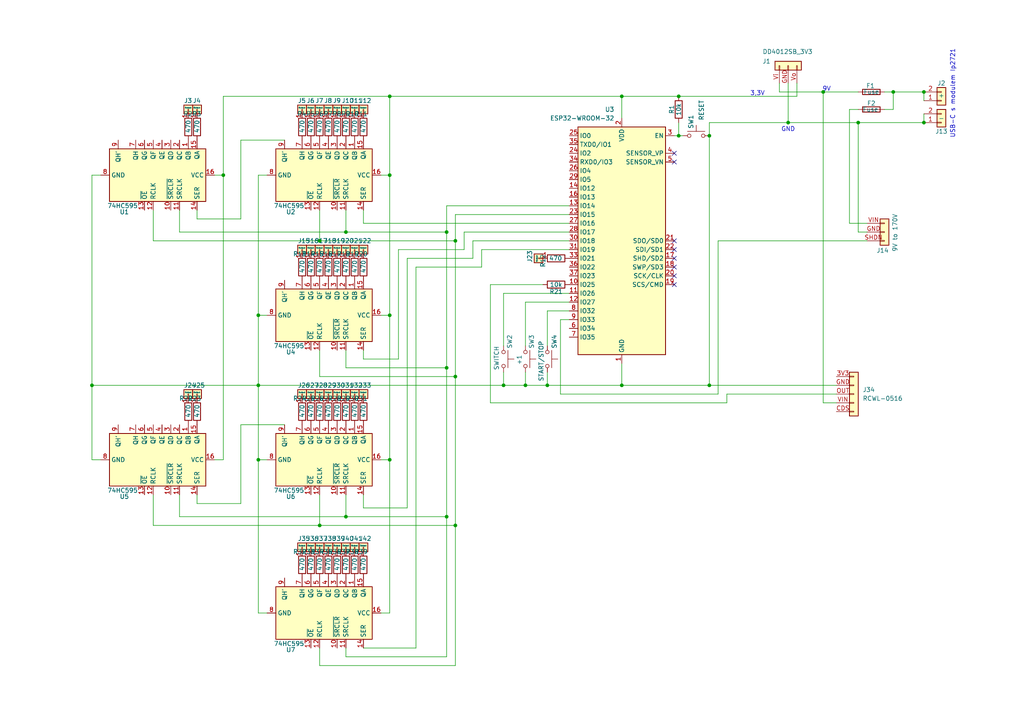
<source format=kicad_sch>
(kicad_sch (version 20250114) (generator "eeschema") (generator_version "9.0")
  (paper "A4")
  (text "9V" (at 239.776 25.908 0) (effects (font (size 1.27 1.27))))
  (text "3,3V" (at 219.71 27.178 0) (effects (font (size 1.27 1.27))))
  (text "GND" (at 228.6 37.592 0) (effects (font (size 1.27 1.27))))
  (text "USB-C s modulem Ip2721" (at 276.352 27.178 90) (effects (font (size 1.27 1.27))))
  (junction (at 74.93 111.76))
  (junction (at 92.71 69.85))
  (junction (at 238.76 26.67))
  (junction (at 100.33 67.31))
  (junction (at 259.08 26.67))
  (junction (at 180.34 111.76))
  (junction (at 180.34 27.94))
  (junction (at 113.03 133.35))
  (junction (at 113.03 27.94))
  (junction (at 132.08 109.22))
  (junction (at 196.85 27.94))
  (junction (at 74.93 91.44))
  (junction (at 158.75 111.76))
  (junction (at 152.4 111.76))
  (junction (at 267.97 35.56))
  (junction (at 132.08 152.4))
  (junction (at 205.74 39.37))
  (junction (at 205.74 111.76))
  (junction (at 129.54 106.68))
  (junction (at 129.54 67.31))
  (junction (at 228.6 35.56))
  (junction (at 113.03 91.44))
  (junction (at 248.92 35.56))
  (junction (at 64.77 50.8))
  (junction (at 100.33 149.86))
  (junction (at 146.05 111.76))
  (junction (at 196.85 39.37))
  (junction (at 267.97 26.67))
  (junction (at 129.54 149.86))
  (junction (at 26.67 111.76))
  (junction (at 132.08 69.85))
  (junction (at 74.93 133.35))
  (junction (at 92.71 152.4))
  (junction (at 113.03 50.8))
  (no_connect (at 195.58 72.39))
  (no_connect (at 195.58 74.93))
  (no_connect (at -800.1 -491.49))
  (no_connect (at 195.58 77.47))
  (no_connect (at 195.58 69.85))
  (no_connect (at -1386.84 -1120.14))
  (no_connect (at 195.58 44.45))
  (no_connect (at 195.58 46.99))
  (no_connect (at 195.58 82.55))
  (no_connect (at 195.58 80.01))
  (wire (pts (xy 208.28 69.85) (xy 208.28 114.3)))
  (wire (pts (xy 238.76 26.67) (xy 248.92 26.67)))
  (wire (pts (xy 69.85 40.64) (xy 69.85 63.5)))
  (wire (pts (xy 152.4 111.76) (xy 158.75 111.76)))
  (wire (pts (xy 115.57 104.14) (xy 105.41 104.14)))
  (wire (pts (xy 162.56 92.71) (xy 162.56 114.3)))
  (wire (pts (xy 165.1 64.77) (xy 105.41 64.77)))
  (wire (pts (xy 205.74 35.56) (xy 205.74 39.37)))
  (wire (pts (xy 165.1 90.17) (xy 158.75 90.17)))
  (wire (pts (xy 208.28 114.3) (xy 162.56 114.3)))
  (wire (pts (xy 113.03 27.94) (xy 180.34 27.94)))
  (wire (pts (xy 77.47 177.8) (xy 74.93 177.8)))
  (wire (pts (xy 74.93 133.35) (xy 74.93 177.8)))
  (wire (pts (xy 120.65 77.47) (xy 139.7 77.47)))
  (wire (pts (xy 142.24 82.55) (xy 142.24 116.84)))
  (wire (pts (xy 129.54 190.5) (xy 129.54 149.86)))
  (wire (pts (xy 152.4 107.95) (xy 152.4 111.76)))
  (wire (pts (xy 134.62 67.31) (xy 134.62 72.39)))
  (wire (pts (xy 64.77 27.94) (xy 64.77 50.8)))
  (wire (pts (xy 210.82 114.3) (xy 242.57 114.3)))
  (wire (pts (xy 231.14 27.94) (xy 196.85 27.94)))
  (wire (pts (xy 129.54 67.31) (xy 129.54 106.68)))
  (wire (pts (xy 129.54 106.68) (xy 100.33 106.68)))
  (wire (pts (xy 165.1 59.69) (xy 129.54 59.69)))
  (wire (pts (xy 242.57 116.84) (xy 238.76 116.84)))
  (wire (pts (xy 26.67 111.76) (xy 74.93 111.76)))
  (wire (pts (xy 110.49 133.35) (xy 113.03 133.35)))
  (wire (pts (xy 82.55 40.64) (xy 69.85 40.64)))
  (wire (pts (xy 110.49 177.8) (xy 113.03 177.8)))
  (wire (pts (xy 259.08 26.67) (xy 267.97 26.67)))
  (wire (pts (xy 100.33 190.5) (xy 129.54 190.5)))
  (wire (pts (xy 246.38 31.75) (xy 246.38 64.77)))
  (wire (pts (xy 152.4 100.33) (xy 152.4 87.63)))
  (wire (pts (xy 259.08 26.67) (xy 259.08 31.75)))
  (wire (pts (xy 246.38 31.75) (xy 248.92 31.75)))
  (wire (pts (xy 64.77 50.8) (xy 62.23 50.8)))
  (wire (pts (xy 146.05 85.09) (xy 146.05 100.33)))
  (wire (pts (xy 248.92 35.56) (xy 267.97 35.56)))
  (wire (pts (xy 129.54 67.31) (xy 100.33 67.31)))
  (wire (pts (xy 57.15 63.5) (xy 57.15 60.96)))
  (wire (pts (xy 74.93 111.76) (xy 74.93 133.35)))
  (wire (pts (xy 105.41 101.6) (xy 105.41 104.14)))
  (wire (pts (xy 142.24 116.84) (xy 210.82 116.84)))
  (wire (pts (xy 129.54 149.86) (xy 100.33 149.86)))
  (wire (pts (xy 158.75 90.17) (xy 158.75 100.33)))
  (wire (pts (xy 115.57 72.39) (xy 115.57 104.14)))
  (wire (pts (xy 146.05 111.76) (xy 152.4 111.76)))
  (wire (pts (xy 113.03 50.8) (xy 113.03 91.44)))
  (wire (pts (xy 64.77 50.8) (xy 64.77 133.35)))
  (wire (pts (xy 165.1 67.31) (xy 134.62 67.31)))
  (wire (pts (xy 57.15 146.05) (xy 69.85 146.05)))
  (wire (pts (xy 180.34 111.76) (xy 180.34 105.41)))
  (wire (pts (xy 120.65 187.96) (xy 120.65 77.47)))
  (wire (pts (xy 92.71 69.85) (xy 44.45 69.85)))
  (wire (pts (xy 100.33 143.51) (xy 100.33 149.86)))
  (wire (pts (xy 129.54 59.69) (xy 129.54 67.31)))
  (wire (pts (xy 165.1 85.09) (xy 146.05 85.09)))
  (wire (pts (xy 267.97 26.67) (xy 267.97 29.21)))
  (wire (pts (xy 29.21 133.35) (xy 26.67 133.35)))
  (wire (pts (xy 92.71 187.96) (xy 92.71 193.04)))
  (wire (pts (xy 210.82 116.84) (xy 210.82 114.3)))
  (wire (pts (xy 118.11 74.93) (xy 137.16 74.93)))
  (wire (pts (xy 231.14 24.13) (xy 231.14 27.94)))
  (wire (pts (xy 113.03 27.94) (xy 113.03 50.8)))
  (wire (pts (xy 74.93 111.76) (xy 146.05 111.76)))
  (wire (pts (xy 228.6 35.56) (xy 248.92 35.56)))
  (wire (pts (xy 52.07 149.86) (xy 100.33 149.86)))
  (wire (pts (xy 69.85 63.5) (xy 57.15 63.5)))
  (wire (pts (xy 44.45 69.85) (xy 44.45 60.96)))
  (wire (pts (xy 69.85 123.19) (xy 69.85 146.05)))
  (wire (pts (xy 100.33 67.31) (xy 52.07 67.31)))
  (wire (pts (xy 92.71 60.96) (xy 92.71 69.85)))
  (wire (pts (xy 198.12 39.37) (xy 196.85 39.37)))
  (wire (pts (xy 226.06 26.67) (xy 238.76 26.67)))
  (wire (pts (xy 228.6 24.13) (xy 228.6 35.56)))
  (wire (pts (xy 74.93 91.44) (xy 77.47 91.44)))
  (wire (pts (xy 105.41 187.96) (xy 120.65 187.96)))
  (wire (pts (xy 113.03 91.44) (xy 113.03 133.35)))
  (wire (pts (xy 74.93 50.8) (xy 74.93 91.44)))
  (wire (pts (xy 132.08 69.85) (xy 132.08 109.22)))
  (wire (pts (xy 118.11 147.32) (xy 118.11 74.93)))
  (wire (pts (xy 142.24 82.55) (xy 157.48 82.55)))
  (wire (pts (xy 74.93 91.44) (xy 74.93 111.76)))
  (wire (pts (xy 228.6 35.56) (xy 205.74 35.56)))
  (wire (pts (xy 82.55 123.19) (xy 69.85 123.19)))
  (wire (pts (xy 113.03 27.94) (xy 64.77 27.94)))
  (wire (pts (xy 180.34 27.94) (xy 180.34 34.29)))
  (wire (pts (xy 132.08 109.22) (xy 92.71 109.22)))
  (wire (pts (xy 242.57 111.76) (xy 205.74 111.76)))
  (wire (pts (xy 139.7 72.39) (xy 139.7 77.47)))
  (wire (pts (xy 44.45 152.4) (xy 92.71 152.4)))
  (wire (pts (xy 105.41 60.96) (xy 105.41 64.77)))
  (wire (pts (xy 246.38 64.77) (xy 251.46 64.77)))
  (wire (pts (xy 251.46 67.31) (xy 248.92 67.31)))
  (wire (pts (xy 64.77 133.35) (xy 62.23 133.35)))
  (wire (pts (xy 165.1 62.23) (xy 132.08 62.23)))
  (wire (pts (xy 132.08 62.23) (xy 132.08 69.85)))
  (wire (pts (xy 196.85 39.37) (xy 195.58 39.37)))
  (wire (pts (xy 256.54 26.67) (xy 259.08 26.67)))
  (wire (pts (xy 100.33 187.96) (xy 100.33 190.5)))
  (wire (pts (xy 165.1 92.71) (xy 162.56 92.71)))
  (wire (pts (xy 137.16 69.85) (xy 137.16 74.93)))
  (wire (pts (xy 26.67 133.35) (xy 26.67 111.76)))
  (wire (pts (xy 26.67 50.8) (xy 29.21 50.8)))
  (wire (pts (xy 134.62 72.39) (xy 115.57 72.39)))
  (wire (pts (xy 92.71 152.4) (xy 132.08 152.4)))
  (wire (pts (xy 100.33 60.96) (xy 100.33 67.31)))
  (wire (pts (xy 248.92 35.56) (xy 248.92 67.31)))
  (wire (pts (xy 52.07 149.86) (xy 52.07 143.51)))
  (wire (pts (xy 226.06 26.67) (xy 226.06 24.13)))
  (wire (pts (xy 92.71 143.51) (xy 92.71 152.4)))
  (wire (pts (xy 74.93 133.35) (xy 77.47 133.35)))
  (wire (pts (xy 44.45 152.4) (xy 44.45 143.51)))
  (wire (pts (xy 129.54 106.68) (xy 129.54 149.86)))
  (wire (pts (xy 267.97 33.02) (xy 267.97 35.56)))
  (wire (pts (xy 158.75 107.95) (xy 158.75 111.76)))
  (wire (pts (xy 113.03 133.35) (xy 113.03 177.8)))
  (wire (pts (xy 26.67 50.8) (xy 26.67 111.76)))
  (wire (pts (xy 105.41 143.51) (xy 105.41 147.32)))
  (wire (pts (xy 165.1 69.85) (xy 137.16 69.85)))
  (wire (pts (xy 196.85 35.56) (xy 196.85 39.37)))
  (wire (pts (xy 152.4 87.63) (xy 165.1 87.63)))
  (wire (pts (xy 146.05 107.95) (xy 146.05 111.76)))
  (wire (pts (xy 205.74 39.37) (xy 205.74 111.76)))
  (wire (pts (xy 74.93 50.8) (xy 77.47 50.8)))
  (wire (pts (xy 52.07 67.31) (xy 52.07 60.96)))
  (wire (pts (xy 57.15 146.05) (xy 57.15 143.51)))
  (wire (pts (xy 132.08 193.04) (xy 132.08 152.4)))
  (wire (pts (xy 180.34 27.94) (xy 196.85 27.94)))
  (wire (pts (xy 110.49 50.8) (xy 113.03 50.8)))
  (wire (pts (xy 132.08 69.85) (xy 92.71 69.85)))
  (wire (pts (xy 105.41 147.32) (xy 118.11 147.32)))
  (wire (pts (xy 238.76 26.67) (xy 238.76 116.84)))
  (wire (pts (xy 92.71 101.6) (xy 92.71 109.22)))
  (wire (pts (xy 132.08 152.4) (xy 132.08 109.22)))
  (wire (pts (xy 165.1 72.39) (xy 139.7 72.39)))
  (wire (pts (xy 100.33 101.6) (xy 100.33 106.68)))
  (wire (pts (xy 113.03 91.44) (xy 110.49 91.44)))
  (wire (pts (xy 256.54 31.75) (xy 259.08 31.75)))
  (wire (pts (xy 208.28 69.85) (xy 251.46 69.85)))
  (wire (pts (xy 158.75 111.76) (xy 180.34 111.76)))
  (wire (pts (xy 180.34 111.76) (xy 205.74 111.76)))
  (wire (pts (xy 92.71 193.04) (xy 132.08 193.04)))
  (symbol (lib_name "Conn_01x01_1") (lib_id "Connector_Generic:Conn_01x01") (at 105.41 31.75 90) (unit 1)
    (property "Reference" "J12" (at 104.14 29.21 90) (effects (justify right)))
    (property "Value" "Output" (at 104.394 31.242 90) (effects (font (size 0.381 0.381)) (justify right)))
    (property "Footprint" "Connector_PinHeader_1.00mm:PinHeader_1x01_P1.00mm_Horizontal" (effects (hide yes)))
    (property "Description" "Generic connector, single row, 01x01, script generated (kicad-library-utils/schlib/autogen/connector/)" (effects (hide yes)))
  )
  (symbol (lib_name "R_1") (lib_id "Device:R") (at 95.25 163.83 0) (mirror y) (unit 1)
    (property "Reference" "R35" (at 96.52 160.02 0) (effects (justify left)))
    (property "Value" "470" (at 95.25 165.608 90) (effects (justify left)))
    (property "Footprint" "Resistor_SMD:R_1206_3216Metric_Pad1.30x1.75mm_HandSolder" (effects (hide yes)))
    (property "Description" "Resistor" (effects (hide yes)))
  )
  (symbol (lib_name "Conn_01x01_1") (lib_id "Connector_Generic:Conn_01x01") (at 54.61 31.75 90) (unit 1)
    (property "Reference" "J3" (at 53.34 29.21 90) (effects (justify right)))
    (property "Value" "Output" (at 53.594 31.242 90) (effects (font (size 0.381 0.381)) (justify right)))
    (property "Footprint" "Connector_PinHeader_1.00mm:PinHeader_1x01_P1.00mm_Horizontal" (effects (hide yes)))
    (property "Description" "Generic connector, single row, 01x01, script generated (kicad-library-utils/schlib/autogen/connector/)" (effects (hide yes)))
  )
  (symbol (lib_name "R_1") (lib_id "Device:R") (at 102.87 163.83 0) (mirror y) (unit 1)
    (property "Reference" "R38" (at 104.14 160.02 0) (effects (justify left)))
    (property "Value" "470" (at 102.87 165.608 90) (effects (justify left)))
    (property "Footprint" "Resistor_SMD:R_1206_3216Metric_Pad1.30x1.75mm_HandSolder" (effects (hide yes)))
    (property "Description" "Resistor" (effects (hide yes)))
  )
  (symbol (lib_name "R_1") (lib_id "Device:R") (at 54.61 36.83 0) (mirror y) (unit 1)
    (property "Reference" "R2" (at 55.88 33.02 0) (effects (justify left)))
    (property "Value" "470" (at 54.61 38.608 90) (effects (justify left)))
    (property "Footprint" "Resistor_SMD:R_1206_3216Metric_Pad1.30x1.75mm_HandSolder" (effects (hide yes)))
    (property "Description" "Resistor" (effects (hide yes)))
  )
  (symbol (lib_name "Conn_01x01_1") (lib_id "Connector_Generic:Conn_01x01") (at 95.25 158.75 90) (unit 1)
    (property "Reference" "J38" (at 93.98 156.21 90) (effects (justify right)))
    (property "Value" "Output" (at 94.234 158.242 90) (effects (font (size 0.381 0.381)) (justify right)))
    (property "Footprint" "Connector_PinHeader_1.00mm:PinHeader_1x01_P1.00mm_Horizontal" (effects (hide yes)))
    (property "Description" "Generic connector, single row, 01x01, script generated (kicad-library-utils/schlib/autogen/connector/)" (effects (hide yes)))
  )
  (symbol (lib_name "Conn_01x01_1") (lib_id "Connector_Generic:Conn_01x01") (at 97.79 31.75 90) (unit 1)
    (property "Reference" "J9" (at 96.52 29.21 90) (effects (justify right)))
    (property "Value" "Output" (at 96.774 31.242 90) (effects (font (size 0.381 0.381)) (justify right)))
    (property "Footprint" "Connector_PinHeader_1.00mm:PinHeader_1x01_P1.00mm_Horizontal" (effects (hide yes)))
    (property "Description" "Generic connector, single row, 01x01, script generated (kicad-library-utils/schlib/autogen/connector/)" (effects (hide yes)))
  )
  (symbol (lib_name "Conn_01x01_1") (lib_id "Connector_Generic:Conn_01x01") (at 102.87 114.3 90) (unit 1)
    (property "Reference" "J32" (at 101.6 111.76 90) (effects (justify right)))
    (property "Value" "Output" (at 101.854 113.792 90) (effects (font (size 0.381 0.381)) (justify right)))
    (property "Footprint" "Connector_PinHeader_1.00mm:PinHeader_1x01_P1.00mm_Horizontal" (effects (hide yes)))
    (property "Description" "Generic connector, single row, 01x01, script generated (kicad-library-utils/schlib/autogen/connector/)" (effects (hide yes)))
  )
  (symbol (lib_name "Conn_01x01_1") (lib_id "Connector_Generic:Conn_01x01") (at 105.41 72.39 90) (unit 1)
    (property "Reference" "J22" (at 104.14 69.85 90) (effects (justify right)))
    (property "Value" "Output" (at 104.394 71.882 90) (effects (font (size 0.381 0.381)) (justify right)))
    (property "Footprint" "Connector_PinHeader_1.00mm:PinHeader_1x01_P1.00mm_Horizontal" (effects (hide yes)))
    (property "Description" "Generic connector, single row, 01x01, script generated (kicad-library-utils/schlib/autogen/connector/)" (effects (hide yes)))
  )
  (symbol (lib_id "74xx:74HC595") (at 95.25 133.35 270) (mirror x) (unit 1)
    (property "Reference" "U6" (at 84.328 144.018 90))
    (property "Value" "74HC595" (at 83.82 142.24 90))
    (property "Footprint" "LOGIC-74HC595N_DIP16_:74HC595N" (effects (hide yes)))
    (property "Datasheet" "http://www.ti.com/lit/ds/symlink/sn74hc595.pdf" (effects (hide yes)))
    (property "Description" "8-bit serial in/out Shift Register 3-State Outputs" (effects (hide yes)))
  )
  (symbol (lib_name "R_1") (lib_id "Device:R") (at 87.63 36.83 0) (mirror y) (unit 1)
    (property "Reference" "R4" (at 88.9 33.02 0) (effects (justify left)))
    (property "Value" "470" (at 87.63 38.608 90) (effects (justify left)))
    (property "Footprint" "Resistor_SMD:R_1206_3216Metric_Pad1.30x1.75mm_HandSolder" (effects (hide yes)))
    (property "Description" "Resistor" (effects (hide yes)))
  )
  (symbol (lib_name "Conn_01x01_1") (lib_id "Connector_Generic:Conn_01x01") (at 100.33 158.75 90) (unit 1)
    (property "Reference" "J40" (at 99.06 156.21 90) (effects (justify right)))
    (property "Value" "Output" (at 99.314 158.242 90) (effects (font (size 0.381 0.381)) (justify right)))
    (property "Footprint" "Connector_PinHeader_1.00mm:PinHeader_1x01_P1.00mm_Horizontal" (effects (hide yes)))
    (property "Description" "Generic connector, single row, 01x01, script generated (kicad-library-utils/schlib/autogen/connector/)" (effects (hide yes)))
  )
  (symbol (lib_name "Conn_01x03_1") (lib_id "Connector_Generic:Conn_01x03") (at 256.54 67.31 0) (unit 1)
    (property "Reference" "J14" (at 257.81 72.644 0) (effects (justify right)))
    (property "Value" "9V to 170V" (at 259.588 61.976 90) (effects (justify right)))
    (property "Footprint" "Connector_PinHeader_1.00mm:PinHeader_1x03_P1.00mm_Horizontal" (effects (hide yes)))
    (property "Description" "Generic connector, single row, 01x03, script generated (kicad-library-utils/schlib/autogen/connector/)" (effects (hide yes)))
  )
  (symbol (lib_name "R_1") (lib_id "Device:R") (at 102.87 77.47 0) (mirror y) (unit 1)
    (property "Reference" "R19" (at 104.14 73.66 0) (effects (justify left)))
    (property "Value" "470" (at 102.87 79.248 90) (effects (justify left)))
    (property "Footprint" "Resistor_SMD:R_1206_3216Metric_Pad1.30x1.75mm_HandSolder" (effects (hide yes)))
    (property "Description" "Resistor" (effects (hide yes)))
  )
  (symbol (lib_name "R_1") (lib_id "Device:R") (at 105.41 119.38 0) (mirror y) (unit 1)
    (property "Reference" "R31" (at 106.68 115.57 0) (effects (justify left)))
    (property "Value" "470" (at 105.41 121.158 90) (effects (justify left)))
    (property "Footprint" "Resistor_SMD:R_1206_3216Metric_Pad1.30x1.75mm_HandSolder" (effects (hide yes)))
    (property "Description" "Resistor" (effects (hide yes)))
  )
  (symbol (lib_id "Connector_Generic:Conn_01x05") (at 247.65 114.3 0) (unit 1)
    (property "Reference" "J34" (at 250.19 113.0299 0) (effects (justify left)))
    (property "Value" "RCWL-0516" (at 250.19 115.5699 0) (effects (justify left)))
    (property "Footprint" "LOGIC-74HC595N_DIP16_:Untitled" (effects (hide yes)))
    (property "Description" "Generic connector, single row, 01x05, script generated (kicad-library-utils/schlib/autogen/connector/)" (effects (hide yes)))
  )
  (symbol (lib_id "74xx:74HC595") (at 46.99 133.35 270) (mirror x) (unit 1)
    (property "Reference" "U5" (at 36.068 144.018 90))
    (property "Value" "74HC595" (at 35.56 142.24 90))
    (property "Footprint" "LOGIC-74HC595N_DIP16_:74HC595N" (effects (hide yes)))
    (property "Datasheet" "http://www.ti.com/lit/ds/symlink/sn74hc595.pdf" (effects (hide yes)))
    (property "Description" "8-bit serial in/out Shift Register 3-State Outputs" (effects (hide yes)))
  )
  (symbol (lib_id "Switch:SW_Push") (at 146.05 104.14 270) (mirror x) (unit 1)
    (property "Reference" "SW2" (at 147.828 97.028 0) (effects (justify right)))
    (property "Value" "SWITCH" (at 144.018 100.33 0) (effects (justify right)))
    (property "Footprint" "Button_Switch_THT:SW_PUSH_6mm_H4.3mm" (effects (hide yes)))
    (property "Description" "Push button switch, generic, two pins" (effects (hide yes)))
  )
  (symbol (lib_name "Conn_01x01_1") (lib_id "Connector_Generic:Conn_01x01") (at 105.41 114.3 90) (unit 1)
    (property "Reference" "J33" (at 104.14 111.76 90) (effects (justify right)))
    (property "Value" "Output" (at 104.394 113.792 90) (effects (font (size 0.381 0.381)) (justify right)))
    (property "Footprint" "Connector_PinHeader_1.00mm:PinHeader_1x01_P1.00mm_Horizontal" (effects (hide yes)))
    (property "Description" "Generic connector, single row, 01x01, script generated (kicad-library-utils/schlib/autogen/connector/)" (effects (hide yes)))
  )
  (symbol (lib_name "R_1") (lib_id "Device:R") (at 54.61 119.38 0) (mirror y) (unit 1)
    (property "Reference" "R22" (at 55.88 115.57 0) (effects (justify left)))
    (property "Value" "470" (at 54.61 121.158 90) (effects (justify left)))
    (property "Footprint" "Resistor_SMD:R_1206_3216Metric_Pad1.30x1.75mm_HandSolder" (effects (hide yes)))
    (property "Description" "Resistor" (effects (hide yes)))
  )
  (symbol (lib_name "Conn_01x01_1") (lib_id "Connector_Generic:Conn_01x01") (at 97.79 114.3 90) (unit 1)
    (property "Reference" "J30" (at 96.52 111.76 90) (effects (justify right)))
    (property "Value" "Output" (at 96.774 113.792 90) (effects (font (size 0.381 0.381)) (justify right)))
    (property "Footprint" "Connector_PinHeader_1.00mm:PinHeader_1x01_P1.00mm_Horizontal" (effects (hide yes)))
    (property "Description" "Generic connector, single row, 01x01, script generated (kicad-library-utils/schlib/autogen/connector/)" (effects (hide yes)))
  )
  (symbol (lib_name "R_1") (lib_id "Device:R") (at 92.71 163.83 0) (mirror y) (unit 1)
    (property "Reference" "R34" (at 93.98 160.02 0) (effects (justify left)))
    (property "Value" "470" (at 92.71 165.608 90) (effects (justify left)))
    (property "Footprint" "Resistor_SMD:R_1206_3216Metric_Pad1.30x1.75mm_HandSolder" (effects (hide yes)))
    (property "Description" "Resistor" (effects (hide yes)))
  )
  (symbol (lib_name "Conn_01x01_1") (lib_id "Connector_Generic:Conn_01x01") (at 100.33 114.3 90) (unit 1)
    (property "Reference" "J31" (at 99.06 111.76 90) (effects (justify right)))
    (property "Value" "Output" (at 99.314 113.792 90) (effects (font (size 0.381 0.381)) (justify right)))
    (property "Footprint" "Connector_PinHeader_1.00mm:PinHeader_1x01_P1.00mm_Horizontal" (effects (hide yes)))
    (property "Description" "Generic connector, single row, 01x01, script generated (kicad-library-utils/schlib/autogen/connector/)" (effects (hide yes)))
  )
  (symbol (lib_name "Conn_01x01_1") (lib_id "Connector_Generic:Conn_01x01") (at 97.79 72.39 90) (unit 1)
    (property "Reference" "J19" (at 96.52 69.85 90) (effects (justify right)))
    (property "Value" "Output" (at 96.774 71.882 90) (effects (font (size 0.381 0.381)) (justify right)))
    (property "Footprint" "Connector_PinHeader_1.00mm:PinHeader_1x01_P1.00mm_Horizontal" (effects (hide yes)))
    (property "Description" "Generic connector, single row, 01x01, script generated (kicad-library-utils/schlib/autogen/connector/)" (effects (hide yes)))
  )
  (symbol (lib_id "RF_Module:ESP32-WROOM-32") (at 180.34 69.85 0) (mirror y) (unit 1)
    (property "Reference" "U3" (at 178.1967 31.75 0) (effects (justify left)))
    (property "Value" "ESP32-WROOM-32" (at 178.1967 34.29 0) (effects (justify left)))
    (property "Footprint" "RF_Module:ESP32-WROOM-32" (effects (hide yes)))
    (property "Datasheet" "https://www.espressif.com/sites/default/files/documentation/esp32-wroom-32_datasheet_en.pdf" (effects (hide yes)))
    (property "Description" "RF Module, ESP32-D0WDQ6 SoC, Wi-Fi 802.11b/g/n, Bluetooth, BLE, 32-bit, 2.7-3.6V, onboard antenna, SMD" (effects (hide yes)))
  )
  (symbol (lib_name "R_1") (lib_id "Device:R") (at 97.79 36.83 0) (mirror y) (unit 1)
    (property "Reference" "R8" (at 99.06 33.02 0) (effects (justify left)))
    (property "Value" "470" (at 97.79 38.608 90) (effects (justify left)))
    (property "Footprint" "Resistor_SMD:R_1206_3216Metric_Pad1.30x1.75mm_HandSolder" (effects (hide yes)))
    (property "Description" "Resistor" (effects (hide yes)))
  )
  (symbol (lib_name "Conn_01x01_1") (lib_id "Connector_Generic:Conn_01x01") (at 100.33 31.75 90) (unit 1)
    (property "Reference" "J10" (at 99.06 29.21 90) (effects (justify right)))
    (property "Value" "Output" (at 99.314 31.242 90) (effects (font (size 0.381 0.381)) (justify right)))
    (property "Footprint" "Connector_PinHeader_1.00mm:PinHeader_1x01_P1.00mm_Horizontal" (effects (hide yes)))
    (property "Description" "Generic connector, single row, 01x01, script generated (kicad-library-utils/schlib/autogen/connector/)" (effects (hide yes)))
  )
  (symbol (lib_name "R_1") (lib_id "Device:R") (at 95.25 119.38 0) (mirror y) (unit 1)
    (property "Reference" "R27" (at 96.52 115.57 0) (effects (justify left)))
    (property "Value" "470" (at 95.25 121.158 90) (effects (justify left)))
    (property "Footprint" "Resistor_SMD:R_1206_3216Metric_Pad1.30x1.75mm_HandSolder" (effects (hide yes)))
    (property "Description" "Resistor" (effects (hide yes)))
  )
  (symbol (lib_id "74xx:74HC595") (at 95.25 91.44 270) (mirror x) (unit 1)
    (property "Reference" "U4" (at 84.328 102.108 90))
    (property "Value" "74HC595" (at 83.82 100.33 90))
    (property "Footprint" "LOGIC-74HC595N_DIP16_:74HC595N" (effects (hide yes)))
    (property "Datasheet" "http://www.ti.com/lit/ds/symlink/sn74hc595.pdf" (effects (hide yes)))
    (property "Description" "8-bit serial in/out Shift Register 3-State Outputs" (effects (hide yes)))
  )
  (symbol (lib_name "Conn_01x01_1") (lib_id "Connector_Generic:Conn_01x01") (at 95.25 72.39 90) (unit 1)
    (property "Reference" "J18" (at 93.98 69.85 90) (effects (justify right)))
    (property "Value" "Output" (at 94.234 71.882 90) (effects (font (size 0.381 0.381)) (justify right)))
    (property "Footprint" "Connector_PinHeader_1.00mm:PinHeader_1x01_P1.00mm_Horizontal" (effects (hide yes)))
    (property "Description" "Generic connector, single row, 01x01, script generated (kicad-library-utils/schlib/autogen/connector/)" (effects (hide yes)))
  )
  (symbol (lib_name "R_1") (lib_id "Device:R") (at 87.63 77.47 0) (mirror y) (unit 1)
    (property "Reference" "R13" (at 88.9 73.66 0) (effects (justify left)))
    (property "Value" "470" (at 87.63 79.248 90) (effects (justify left)))
    (property "Footprint" "Resistor_SMD:R_1206_3216Metric_Pad1.30x1.75mm_HandSolder" (effects (hide yes)))
    (property "Description" "Resistor" (effects (hide yes)))
  )
  (symbol (lib_id "Switch:SW_Push") (at 158.75 104.14 270) (mirror x) (unit 1)
    (property "Reference" "SW4" (at 160.782 97.028 0) (effects (justify right)))
    (property "Value" "START/STOP" (at 156.972 98.806 0) (effects (justify right)))
    (property "Footprint" "Button_Switch_THT:SW_PUSH_6mm_H4.3mm" (effects (hide yes)))
    (property "Description" "Push button switch, generic, two pins" (effects (hide yes)))
  )
  (symbol (lib_name "R_1") (lib_id "Device:R") (at 105.41 36.83 0) (mirror y) (unit 1)
    (property "Reference" "R11" (at 106.68 33.02 0) (effects (justify left)))
    (property "Value" "470" (at 105.41 38.608 90) (effects (justify left)))
    (property "Footprint" "Resistor_SMD:R_1206_3216Metric_Pad1.30x1.75mm_HandSolder" (effects (hide yes)))
    (property "Description" "Resistor" (effects (hide yes)))
  )
  (symbol (lib_name "Conn_01x01_1") (lib_id "Connector_Generic:Conn_01x01") (at 92.71 158.75 90) (unit 1)
    (property "Reference" "J37" (at 91.44 156.21 90) (effects (justify right)))
    (property "Value" "Output" (at 91.694 158.242 90) (effects (font (size 0.381 0.381)) (justify right)))
    (property "Footprint" "Connector_PinHeader_1.00mm:PinHeader_1x01_P1.00mm_Horizontal" (effects (hide yes)))
    (property "Description" "Generic connector, single row, 01x01, script generated (kicad-library-utils/schlib/autogen/connector/)" (effects (hide yes)))
  )
  (symbol (lib_name "Conn_01x01_1") (lib_id "Connector_Generic:Conn_01x01") (at 90.17 31.75 90) (unit 1)
    (property "Reference" "J6" (at 88.9 29.21 90) (effects (justify right)))
    (property "Value" "Output" (at 89.154 31.242 90) (effects (font (size 0.381 0.381)) (justify right)))
    (property "Footprint" "Connector_PinHeader_1.00mm:PinHeader_1x01_P1.00mm_Horizontal" (effects (hide yes)))
    (property "Description" "Generic connector, single row, 01x01, script generated (kicad-library-utils/schlib/autogen/connector/)" (effects (hide yes)))
  )
  (symbol (lib_name "Conn_01x01_1") (lib_id "Connector_Generic:Conn_01x01") (at 92.71 114.3 90) (unit 1)
    (property "Reference" "J28" (at 91.44 111.76 90) (effects (justify right)))
    (property "Value" "Output" (at 91.694 113.792 90) (effects (font (size 0.381 0.381)) (justify right)))
    (property "Footprint" "Connector_PinHeader_1.00mm:PinHeader_1x01_P1.00mm_Horizontal" (effects (hide yes)))
    (property "Description" "Generic connector, single row, 01x01, script generated (kicad-library-utils/schlib/autogen/connector/)" (effects (hide yes)))
  )
  (symbol (lib_id "74xx:74HC595") (at 95.25 177.8 270) (mirror x) (unit 1)
    (property "Reference" "U7" (at 84.328 188.468 90))
    (property "Value" "74HC595" (at 83.82 186.69 90))
    (property "Footprint" "LOGIC-74HC595N_DIP16_:74HC595N" (effects (hide yes)))
    (property "Datasheet" "http://www.ti.com/lit/ds/symlink/sn74hc595.pdf" (effects (hide yes)))
    (property "Description" "8-bit serial in/out Shift Register 3-State Outputs" (effects (hide yes)))
  )
  (symbol (lib_name "R_1") (lib_id "Device:R") (at 100.33 163.83 0) (mirror y) (unit 1)
    (property "Reference" "R37" (at 101.6 160.02 0) (effects (justify left)))
    (property "Value" "470" (at 100.33 165.608 90) (effects (justify left)))
    (property "Footprint" "Resistor_SMD:R_1206_3216Metric_Pad1.30x1.75mm_HandSolder" (effects (hide yes)))
    (property "Description" "Resistor" (effects (hide yes)))
  )
  (symbol (lib_name "Conn_01x01_1") (lib_id "Connector_Generic:Conn_01x01") (at 57.15 31.75 90) (unit 1)
    (property "Reference" "J4" (at 55.88 29.21 90) (effects (justify right)))
    (property "Value" "Output" (at 56.134 31.242 90) (effects (font (size 0.381 0.381)) (justify right)))
    (property "Footprint" "Connector_PinHeader_1.00mm:PinHeader_1x01_P1.00mm_Horizontal" (effects (hide yes)))
    (property "Description" "Generic connector, single row, 01x01, script generated (kicad-library-utils/schlib/autogen/connector/)" (effects (hide yes)))
  )
  (symbol (lib_name "R_1") (lib_id "Device:R") (at 102.87 119.38 0) (mirror y) (unit 1)
    (property "Reference" "R30" (at 104.14 115.57 0) (effects (justify left)))
    (property "Value" "470" (at 102.87 121.158 90) (effects (justify left)))
    (property "Footprint" "Resistor_SMD:R_1206_3216Metric_Pad1.30x1.75mm_HandSolder" (effects (hide yes)))
    (property "Description" "Resistor" (effects (hide yes)))
  )
  (symbol (lib_name "Conn_01x01_1") (lib_id "Connector_Generic:Conn_01x01") (at 87.63 31.75 90) (unit 1)
    (property "Reference" "J5" (at 86.36 29.21 90) (effects (justify right)))
    (property "Value" "Output" (at 86.614 31.242 90) (effects (font (size 0.381 0.381)) (justify right)))
    (property "Footprint" "Connector_PinHeader_1.00mm:PinHeader_1x01_P1.00mm_Horizontal" (effects (hide yes)))
    (property "Description" "Generic connector, single row, 01x01, script generated (kicad-library-utils/schlib/autogen/connector/)" (effects (hide yes)))
  )
  (symbol (lib_id "Switch:SW_Push") (at 152.4 104.14 270) (mirror x) (unit 1)
    (property "Reference" "SW3" (at 154.178 97.028 0) (effects (justify right)))
    (property "Value" "+1" (at 150.622 102.87 0) (effects (justify right)))
    (property "Footprint" "Button_Switch_THT:SW_PUSH_6mm_H4.3mm" (effects (hide yes)))
    (property "Description" "Push button switch, generic, two pins" (effects (hide yes)))
  )
  (symbol (lib_name "R_1") (lib_id "Device:R") (at 102.87 36.83 0) (mirror y) (unit 1)
    (property "Reference" "R10" (at 104.14 33.02 0) (effects (justify left)))
    (property "Value" "470" (at 102.87 38.608 90) (effects (justify left)))
    (property "Footprint" "Resistor_SMD:R_1206_3216Metric_Pad1.30x1.75mm_HandSolder" (effects (hide yes)))
    (property "Description" "Resistor" (effects (hide yes)))
  )
  (symbol (lib_name "R_1") (lib_id "Device:R") (at 97.79 163.83 0) (mirror y) (unit 1)
    (property "Reference" "R36" (at 99.06 160.02 0) (effects (justify left)))
    (property "Value" "470" (at 97.79 165.608 90) (effects (justify left)))
    (property "Footprint" "Resistor_SMD:R_1206_3216Metric_Pad1.30x1.75mm_HandSolder" (effects (hide yes)))
    (property "Description" "Resistor" (effects (hide yes)))
  )
  (symbol (lib_id "Connector_Generic:Conn_01x02") (at 273.05 35.56 0) (mirror x) (unit 1)
    (property "Reference" "J13" (at 273.05 38.1 0))
    (property "Value" "-" (at 273.05 34.29 0))
    (property "Description" "Generic connector, single row, 01x02, script generated (kicad-library-utils/schlib/autogen/connector/)" (effects (hide yes)))
  )
  (symbol (lib_name "Conn_01x01_1") (lib_id "Connector_Generic:Conn_01x01") (at 87.63 114.3 90) (unit 1)
    (property "Reference" "J26" (at 86.36 111.76 90) (effects (justify right)))
    (property "Value" "Output" (at 86.614 113.792 90) (effects (font (size 0.381 0.381)) (justify right)))
    (property "Footprint" "Connector_PinHeader_1.00mm:PinHeader_1x01_P1.00mm_Horizontal" (effects (hide yes)))
    (property "Description" "Generic connector, single row, 01x01, script generated (kicad-library-utils/schlib/autogen/connector/)" (effects (hide yes)))
  )
  (symbol (lib_name "R_1") (lib_id "Device:R") (at 92.71 119.38 0) (mirror y) (unit 1)
    (property "Reference" "R26" (at 93.98 115.57 0) (effects (justify left)))
    (property "Value" "470" (at 92.71 121.158 90) (effects (justify left)))
    (property "Footprint" "Resistor_SMD:R_1206_3216Metric_Pad1.30x1.75mm_HandSolder" (effects (hide yes)))
    (property "Description" "Resistor" (effects (hide yes)))
  )
  (symbol (lib_id "Device:R") (at 196.85 31.75 0) (mirror y) (unit 1)
    (property "Reference" "R1" (at 194.818 31.75 90))
    (property "Value" "10k" (at 196.85 31.75 90))
    (property "Footprint" "Resistor_SMD:R_1206_3216Metric_Pad1.30x1.75mm_HandSolder" (effects (hide yes)))
    (property "Description" "Resistor" (effects (hide yes)))
  )
  (symbol (lib_name "R_1") (lib_id "Device:R") (at 87.63 119.38 0) (mirror y) (unit 1)
    (property "Reference" "R24" (at 88.9 115.57 0) (effects (justify left)))
    (property "Value" "470" (at 87.63 121.158 90) (effects (justify left)))
    (property "Footprint" "Resistor_SMD:R_1206_3216Metric_Pad1.30x1.75mm_HandSolder" (effects (hide yes)))
    (property "Description" "Resistor" (effects (hide yes)))
  )
  (symbol (lib_name "R_1") (lib_id "Device:R") (at 57.15 36.83 0) (mirror y) (unit 1)
    (property "Reference" "R3" (at 58.42 33.02 0) (effects (justify left)))
    (property "Value" "470" (at 57.15 38.608 90) (effects (justify left)))
    (property "Footprint" "Resistor_SMD:R_1206_3216Metric_Pad1.30x1.75mm_HandSolder" (effects (hide yes)))
    (property "Description" "Resistor" (effects (hide yes)))
  )
  (symbol (lib_name "R_1") (lib_id "Device:R") (at 90.17 77.47 0) (mirror y) (unit 1)
    (property "Reference" "R14" (at 91.44 73.66 0) (effects (justify left)))
    (property "Value" "470" (at 90.17 79.248 90) (effects (justify left)))
    (property "Footprint" "Resistor_SMD:R_1206_3216Metric_Pad1.30x1.75mm_HandSolder" (effects (hide yes)))
    (property "Description" "Resistor" (effects (hide yes)))
  )
  (symbol (lib_name "R_1") (lib_id "Device:R") (at 90.17 119.38 0) (mirror y) (unit 1)
    (property "Reference" "R25" (at 91.44 115.57 0) (effects (justify left)))
    (property "Value" "470" (at 90.17 121.158 90) (effects (justify left)))
    (property "Footprint" "Resistor_SMD:R_1206_3216Metric_Pad1.30x1.75mm_HandSolder" (effects (hide yes)))
    (property "Description" "Resistor" (effects (hide yes)))
  )
  (symbol (lib_name "R_1") (lib_id "Device:R") (at 92.71 36.83 0) (mirror y) (unit 1)
    (property "Reference" "R6" (at 93.98 33.02 0) (effects (justify left)))
    (property "Value" "470" (at 92.71 38.608 90) (effects (justify left)))
    (property "Footprint" "Resistor_SMD:R_1206_3216Metric_Pad1.30x1.75mm_HandSolder" (effects (hide yes)))
    (property "Description" "Resistor" (effects (hide yes)))
  )
  (symbol (lib_id "Device:Fuse") (at 252.73 31.75 90) (unit 1)
    (property "Reference" "F2" (at 252.73 29.972 90))
    (property "Value" "Fuse" (at 252.476 31.75 90))
    (property "Footprint" "Fuse:Fuse_1812_4532Metric" (effects (hide yes)))
    (property "Description" "Fuse" (effects (hide yes)))
  )
  (symbol (lib_id "Connector_Generic:Conn_01x02") (at 273.05 29.21 0) (mirror x) (unit 1)
    (property "Reference" "J2" (at 273.05 24.13 0))
    (property "Value" "+" (at 273.05 27.686 0))
    (property "Description" "Generic connector, single row, 01x02, script generated (kicad-library-utils/schlib/autogen/connector/)" (effects (hide yes)))
  )
  (symbol (lib_name "Conn_01x01_1") (lib_id "Connector_Generic:Conn_01x01") (at 90.17 114.3 90) (unit 1)
    (property "Reference" "J27" (at 88.9 111.76 90) (effects (justify right)))
    (property "Value" "Output" (at 89.154 113.792 90) (effects (font (size 0.381 0.381)) (justify right)))
    (property "Footprint" "Connector_PinHeader_1.00mm:PinHeader_1x01_P1.00mm_Horizontal" (effects (hide yes)))
    (property "Description" "Generic connector, single row, 01x01, script generated (kicad-library-utils/schlib/autogen/connector/)" (effects (hide yes)))
  )
  (symbol (lib_name "R_1") (lib_id "Device:R") (at 100.33 77.47 0) (mirror y) (unit 1)
    (property "Reference" "R18" (at 101.6 73.66 0) (effects (justify left)))
    (property "Value" "470" (at 100.33 79.248 90) (effects (justify left)))
    (property "Footprint" "Resistor_SMD:R_1206_3216Metric_Pad1.30x1.75mm_HandSolder" (effects (hide yes)))
    (property "Description" "Resistor" (effects (hide yes)))
  )
  (symbol (lib_name "Conn_01x01_1") (lib_id "Connector_Generic:Conn_01x01") (at 87.63 158.75 90) (unit 1)
    (property "Reference" "J35" (at 86.36 156.21 90) (effects (justify right)))
    (property "Value" "Output" (at 86.614 158.242 90) (effects (font (size 0.381 0.381)) (justify right)))
    (property "Footprint" "Connector_PinHeader_1.00mm:PinHeader_1x01_P1.00mm_Horizontal" (effects (hide yes)))
    (property "Description" "Generic connector, single row, 01x01, script generated (kicad-library-utils/schlib/autogen/connector/)" (effects (hide yes)))
  )
  (symbol (lib_name "Conn_01x01_1") (lib_id "Connector_Generic:Conn_01x01") (at 95.25 114.3 90) (unit 1)
    (property "Reference" "J29" (at 93.98 111.76 90) (effects (justify right)))
    (property "Value" "Output" (at 94.234 113.792 90) (effects (font (size 0.381 0.381)) (justify right)))
    (property "Footprint" "Connector_PinHeader_1.00mm:PinHeader_1x01_P1.00mm_Horizontal" (effects (hide yes)))
    (property "Description" "Generic connector, single row, 01x01, script generated (kicad-library-utils/schlib/autogen/connector/)" (effects (hide yes)))
  )
  (symbol (lib_name "Conn_01x01_1") (lib_id "Connector_Generic:Conn_01x01") (at 105.41 158.75 90) (unit 1)
    (property "Reference" "J42" (at 104.14 156.21 90) (effects (justify right)))
    (property "Value" "Output" (at 104.394 158.242 90) (effects (font (size 0.381 0.381)) (justify right)))
    (property "Footprint" "Connector_PinHeader_1.00mm:PinHeader_1x01_P1.00mm_Horizontal" (effects (hide yes)))
    (property "Description" "Generic connector, single row, 01x01, script generated (kicad-library-utils/schlib/autogen/connector/)" (effects (hide yes)))
  )
  (symbol (lib_name "R_1") (lib_id "Device:R") (at 95.25 77.47 0) (mirror y) (unit 1)
    (property "Reference" "R16" (at 96.52 73.66 0) (effects (justify left)))
    (property "Value" "470" (at 95.25 79.248 90) (effects (justify left)))
    (property "Footprint" "Resistor_SMD:R_1206_3216Metric_Pad1.30x1.75mm_HandSolder" (effects (hide yes)))
    (property "Description" "Resistor" (effects (hide yes)))
  )
  (symbol (lib_name "Conn_01x01_1") (lib_id "Connector_Generic:Conn_01x01") (at 87.63 72.39 90) (unit 1)
    (property "Reference" "J15" (at 86.36 69.85 90) (effects (justify right)))
    (property "Value" "Output" (at 86.614 71.882 90) (effects (font (size 0.381 0.381)) (justify right)))
    (property "Footprint" "Connector_PinHeader_1.00mm:PinHeader_1x01_P1.00mm_Horizontal" (effects (hide yes)))
    (property "Description" "Generic connector, single row, 01x01, script generated (kicad-library-utils/schlib/autogen/connector/)" (effects (hide yes)))
  )
  (symbol (lib_name "R_1") (lib_id "Device:R") (at 90.17 163.83 0) (mirror y) (unit 1)
    (property "Reference" "R33" (at 91.44 160.02 0) (effects (justify left)))
    (property "Value" "470" (at 90.17 165.608 90) (effects (justify left)))
    (property "Footprint" "Resistor_SMD:R_1206_3216Metric_Pad1.30x1.75mm_HandSolder" (effects (hide yes)))
    (property "Description" "Resistor" (effects (hide yes)))
  )
  (symbol (lib_id "74xx:74HC595") (at 46.99 50.8 270) (mirror x) (unit 1)
    (property "Reference" "U1" (at 36.068 61.468 90))
    (property "Value" "74HC595" (at 35.56 59.69 90))
    (property "Footprint" "LOGIC-74HC595N_DIP16_:74HC595N" (effects (hide yes)))
    (property "Datasheet" "http://www.ti.com/lit/ds/symlink/sn74hc595.pdf" (effects (hide yes)))
    (property "Description" "8-bit serial in/out Shift Register 3-State Outputs" (effects (hide yes)))
  )
  (symbol (lib_name "R_1") (lib_id "Device:R") (at 100.33 36.83 0) (mirror y) (unit 1)
    (property "Reference" "R9" (at 101.6 33.02 0) (effects (justify left)))
    (property "Value" "470" (at 100.33 38.608 90) (effects (justify left)))
    (property "Footprint" "Resistor_SMD:R_1206_3216Metric_Pad1.30x1.75mm_HandSolder" (effects (hide yes)))
    (property "Description" "Resistor" (effects (hide yes)))
  )
  (symbol (lib_name "Conn_01x01_1") (lib_id "Connector_Generic:Conn_01x01") (at 90.17 158.75 90) (unit 1)
    (property "Reference" "J36" (at 88.9 156.21 90) (effects (justify right)))
    (property "Value" "Output" (at 89.154 158.242 90) (effects (font (size 0.381 0.381)) (justify right)))
    (property "Footprint" "Connector_PinHeader_1.00mm:PinHeader_1x01_P1.00mm_Horizontal" (effects (hide yes)))
    (property "Description" "Generic connector, single row, 01x01, script generated (kicad-library-utils/schlib/autogen/connector/)" (effects (hide yes)))
  )
  (symbol (lib_name "R_1") (lib_id "Device:R") (at 97.79 77.47 0) (mirror y) (unit 1)
    (property "Reference" "R17" (at 99.06 73.66 0) (effects (justify left)))
    (property "Value" "470" (at 97.79 79.248 90) (effects (justify left)))
    (property "Footprint" "Resistor_SMD:R_1206_3216Metric_Pad1.30x1.75mm_HandSolder" (effects (hide yes)))
    (property "Description" "Resistor" (effects (hide yes)))
  )
  (symbol (lib_name "Conn_01x01_1") (lib_id "Connector_Generic:Conn_01x01") (at 54.61 114.3 90) (unit 1)
    (property "Reference" "J24" (at 53.34 111.76 90) (effects (justify right)))
    (property "Value" "Output" (at 53.594 113.792 90) (effects (font (size 0.381 0.381)) (justify right)))
    (property "Footprint" "Connector_PinHeader_1.00mm:PinHeader_1x01_P1.00mm_Horizontal" (effects (hide yes)))
    (property "Description" "Generic connector, single row, 01x01, script generated (kicad-library-utils/schlib/autogen/connector/)" (effects (hide yes)))
  )
  (symbol (lib_name "Conn_01x01_1") (lib_id "Connector_Generic:Conn_01x01") (at 92.71 72.39 90) (unit 1)
    (property "Reference" "J17" (at 91.44 69.85 90) (effects (justify right)))
    (property "Value" "Output" (at 91.694 71.882 90) (effects (font (size 0.381 0.381)) (justify right)))
    (property "Footprint" "Connector_PinHeader_1.00mm:PinHeader_1x01_P1.00mm_Horizontal" (effects (hide yes)))
    (property "Description" "Generic connector, single row, 01x01, script generated (kicad-library-utils/schlib/autogen/connector/)" (effects (hide yes)))
  )
  (symbol (lib_name "Conn_01x01_1") (lib_id "Connector_Generic:Conn_01x01") (at 57.15 114.3 90) (unit 1)
    (property "Reference" "J25" (at 55.88 111.76 90) (effects (justify right)))
    (property "Value" "Output" (at 56.134 113.792 90) (effects (font (size 0.381 0.381)) (justify right)))
    (property "Footprint" "Connector_PinHeader_1.00mm:PinHeader_1x01_P1.00mm_Horizontal" (effects (hide yes)))
    (property "Description" "Generic connector, single row, 01x01, script generated (kicad-library-utils/schlib/autogen/connector/)" (effects (hide yes)))
  )
  (symbol (lib_name "R_1") (lib_id "Device:R") (at 161.29 74.93 90) (mirror x) (unit 1)
    (property "Reference" "R12" (at 157.48 73.66 0) (effects (justify left)))
    (property "Value" "470" (at 163.068 74.93 90) (effects (justify left)))
    (property "Footprint" "Resistor_SMD:R_1206_3216Metric_Pad1.30x1.75mm_HandSolder" (effects (hide yes)))
    (property "Description" "Resistor" (effects (hide yes)))
  )
  (symbol (lib_id "Connector_Generic:Conn_01x03") (at 228.6 19.05 270) (mirror x) (unit 1)
    (property "Reference" "J1" (at 223.52 17.7799 90) (effects (justify right)))
    (property "Value" "DD4012SB_3V3" (at 235.712 14.986 90) (effects (justify right)))
    (property "Footprint" "Converter_DCDC:Converter_DCDC_RECOM_R-78HB-0.5L_THT" (effects (hide yes)))
    (property "Description" "Generic connector, single row, 01x03, script generated (kicad-library-utils/schlib/autogen/connector/)" (effects (hide yes)))
  )
  (symbol (lib_name "R_1") (lib_id "Device:R") (at 95.25 36.83 0) (mirror y) (unit 1)
    (property "Reference" "R7" (at 96.52 33.02 0) (effects (justify left)))
    (property "Value" "470" (at 95.25 38.608 90) (effects (justify left)))
    (property "Footprint" "Resistor_SMD:R_1206_3216Metric_Pad1.30x1.75mm_HandSolder" (effects (hide yes)))
    (property "Description" "Resistor" (effects (hide yes)))
  )
  (symbol (lib_name "Conn_01x01_1") (lib_id "Connector_Generic:Conn_01x01") (at 156.21 74.93 180) (unit 1)
    (property "Reference" "J23" (at 153.67 76.2 90) (effects (justify right)))
    (property "Value" "Output" (at 155.702 75.946 90) (effects (font (size 0.381 0.381)) (justify right)))
    (property "Footprint" "Connector_PinHeader_1.00mm:PinHeader_1x01_P1.00mm_Horizontal" (effects (hide yes)))
    (property "Description" "Generic connector, single row, 01x01, script generated (kicad-library-utils/schlib/autogen/connector/)" (effects (hide yes)))
  )
  (symbol (lib_name "R_1") (lib_id "Device:R") (at 57.15 119.38 0) (mirror y) (unit 1)
    (property "Reference" "R23" (at 58.42 115.57 0) (effects (justify left)))
    (property "Value" "470" (at 57.15 121.158 90) (effects (justify left)))
    (property "Footprint" "Resistor_SMD:R_1206_3216Metric_Pad1.30x1.75mm_HandSolder" (effects (hide yes)))
    (property "Description" "Resistor" (effects (hide yes)))
  )
  (symbol (lib_name "Conn_01x01_1") (lib_id "Connector_Generic:Conn_01x01") (at 95.25 31.75 90) (unit 1)
    (property "Reference" "J8" (at 93.98 29.21 90) (effects (justify right)))
    (property "Value" "Output" (at 94.234 31.242 90) (effects (font (size 0.381 0.381)) (justify right)))
    (property "Footprint" "Connector_PinHeader_1.00mm:PinHeader_1x01_P1.00mm_Horizontal" (effects (hide yes)))
    (property "Description" "Generic connector, single row, 01x01, script generated (kicad-library-utils/schlib/autogen/connector/)" (effects (hide yes)))
  )
  (symbol (lib_name "R_1") (lib_id "Device:R") (at 87.63 163.83 0) (mirror y) (unit 1)
    (property "Reference" "R32" (at 88.9 160.02 0) (effects (justify left)))
    (property "Value" "470" (at 87.63 165.608 90) (effects (justify left)))
    (property "Footprint" "Resistor_SMD:R_1206_3216Metric_Pad1.30x1.75mm_HandSolder" (effects (hide yes)))
    (property "Description" "Resistor" (effects (hide yes)))
  )
  (symbol (lib_id "Device:Fuse") (at 252.73 26.67 90) (unit 1)
    (property "Reference" "F1" (at 252.476 24.892 90))
    (property "Value" "Fuse" (at 252.73 26.67 90))
    (property "Footprint" "Fuse:Fuse_1812_4532Metric" (effects (hide yes)))
    (property "Description" "Fuse" (effects (hide yes)))
  )
  (symbol (lib_id "74xx:74HC595") (at 95.25 50.8 270) (mirror x) (unit 1)
    (property "Reference" "U2" (at 84.328 61.468 90))
    (property "Value" "74HC595" (at 83.82 59.69 90))
    (property "Footprint" "LOGIC-74HC595N_DIP16_:74HC595N" (effects (hide yes)))
    (property "Datasheet" "http://www.ti.com/lit/ds/symlink/sn74hc595.pdf" (effects (hide yes)))
    (property "Description" "8-bit serial in/out Shift Register 3-State Outputs" (effects (hide yes)))
  )
  (symbol (lib_id "Device:R") (at 161.29 82.55 90) (mirror x) (unit 1)
    (property "Reference" "R21" (at 161.29 84.582 90))
    (property "Value" "10k" (at 161.29 82.55 90))
    (property "Footprint" "Resistor_SMD:R_1206_3216Metric_Pad1.30x1.75mm_HandSolder" (effects (hide yes)))
    (property "Description" "Resistor" (effects (hide yes)))
  )
  (symbol (lib_name "Conn_01x01_1") (lib_id "Connector_Generic:Conn_01x01") (at 92.71 31.75 90) (unit 1)
    (property "Reference" "J7" (at 91.44 29.21 90) (effects (justify right)))
    (property "Value" "Output" (at 91.694 31.242 90) (effects (font (size 0.381 0.381)) (justify right)))
    (property "Footprint" "Connector_PinHeader_1.00mm:PinHeader_1x01_P1.00mm_Horizontal" (effects (hide yes)))
    (property "Description" "Generic connector, single row, 01x01, script generated (kicad-library-utils/schlib/autogen/connector/)" (effects (hide yes)))
  )
  (symbol (lib_name "R_1") (lib_id "Device:R") (at 90.17 36.83 0) (mirror y) (unit 1)
    (property "Reference" "R5" (at 91.44 33.02 0) (effects (justify left)))
    (property "Value" "470" (at 90.17 38.608 90) (effects (justify left)))
    (property "Footprint" "Resistor_SMD:R_1206_3216Metric_Pad1.30x1.75mm_HandSolder" (effects (hide yes)))
    (property "Description" "Resistor" (effects (hide yes)))
  )
  (symbol (lib_name "Conn_01x01_1") (lib_id "Connector_Generic:Conn_01x01") (at 90.17 72.39 90) (unit 1)
    (property "Reference" "J16" (at 88.9 69.85 90) (effects (justify right)))
    (property "Value" "Output" (at 89.154 71.882 90) (effects (font (size 0.381 0.381)) (justify right)))
    (property "Footprint" "Connector_PinHeader_1.00mm:PinHeader_1x01_P1.00mm_Horizontal" (effects (hide yes)))
    (property "Description" "Generic connector, single row, 01x01, script generated (kicad-library-utils/schlib/autogen/connector/)" (effects (hide yes)))
  )
  (symbol (lib_name "R_1") (lib_id "Device:R") (at 97.79 119.38 0) (mirror y) (unit 1)
    (property "Reference" "R28" (at 99.06 115.57 0) (effects (justify left)))
    (property "Value" "470" (at 97.79 121.158 90) (effects (justify left)))
    (property "Footprint" "Resistor_SMD:R_1206_3216Metric_Pad1.30x1.75mm_HandSolder" (effects (hide yes)))
    (property "Description" "Resistor" (effects (hide yes)))
  )
  (symbol (lib_name "R_1") (lib_id "Device:R") (at 92.71 77.47 0) (mirror y) (unit 1)
    (property "Reference" "R15" (at 93.98 73.66 0) (effects (justify left)))
    (property "Value" "470" (at 92.71 79.248 90) (effects (justify left)))
    (property "Footprint" "Resistor_SMD:R_1206_3216Metric_Pad1.30x1.75mm_HandSolder" (effects (hide yes)))
    (property "Description" "Resistor" (effects (hide yes)))
  )
  (symbol (lib_name "Conn_01x01_1") (lib_id "Connector_Generic:Conn_01x01") (at 100.33 72.39 90) (unit 1)
    (property "Reference" "J20" (at 99.06 69.85 90) (effects (justify right)))
    (property "Value" "Output" (at 99.314 71.882 90) (effects (font (size 0.381 0.381)) (justify right)))
    (property "Footprint" "Connector_PinHeader_1.00mm:PinHeader_1x01_P1.00mm_Horizontal" (effects (hide yes)))
    (property "Description" "Generic connector, single row, 01x01, script generated (kicad-library-utils/schlib/autogen/connector/)" (effects (hide yes)))
  )
  (symbol (lib_name "R_1") (lib_id "Device:R") (at 105.41 163.83 0) (mirror y) (unit 1)
    (property "Reference" "R39" (at 106.68 160.02 0) (effects (justify left)))
    (property "Value" "470" (at 105.41 165.608 90) (effects (justify left)))
    (property "Footprint" "Resistor_SMD:R_1206_3216Metric_Pad1.30x1.75mm_HandSolder" (effects (hide yes)))
    (property "Description" "Resistor" (effects (hide yes)))
  )
  (symbol (lib_id "Switch:SW_Push") (at 201.93 39.37 0) (mirror y) (unit 1)
    (property "Reference" "SW1" (at 200.406 33.274 90) (effects (justify right)))
    (property "Value" "RESET" (at 203.454 28.956 90) (effects (justify right)))
    (property "Footprint" "Button_Switch_THT:SW_PUSH_6mm_H4.3mm" (effects (hide yes)))
    (property "Description" "Push button switch, generic, two pins" (effects (hide yes)))
  )
  (symbol (lib_name "R_1") (lib_id "Device:R") (at 100.33 119.38 0) (mirror y) (unit 1)
    (property "Reference" "R29" (at 101.6 115.57 0) (effects (justify left)))
    (property "Value" "470" (at 100.33 121.158 90) (effects (justify left)))
    (property "Footprint" "Resistor_SMD:R_1206_3216Metric_Pad1.30x1.75mm_HandSolder" (effects (hide yes)))
    (property "Description" "Resistor" (effects (hide yes)))
  )
  (symbol (lib_name "Conn_01x01_1") (lib_id "Connector_Generic:Conn_01x01") (at 97.79 158.75 90) (unit 1)
    (property "Reference" "J39" (at 96.52 156.21 90) (effects (justify right)))
    (property "Value" "Output" (at 96.774 158.242 90) (effects (font (size 0.381 0.381)) (justify right)))
    (property "Footprint" "Connector_PinHeader_1.00mm:PinHeader_1x01_P1.00mm_Horizontal" (effects (hide yes)))
    (property "Description" "Generic connector, single row, 01x01, script generated (kicad-library-utils/schlib/autogen/connector/)" (effects (hide yes)))
  )
  (symbol (lib_name "R_1") (lib_id "Device:R") (at 105.41 77.47 0) (mirror y) (unit 1)
    (property "Reference" "R20" (at 106.68 73.66 0) (effects (justify left)))
    (property "Value" "470" (at 105.41 79.248 90) (effects (justify left)))
    (property "Footprint" "Resistor_SMD:R_1206_3216Metric_Pad1.30x1.75mm_HandSolder" (effects (hide yes)))
    (property "Description" "Resistor" (effects (hide yes)))
  )
  (symbol (lib_name "Conn_01x01_1") (lib_id "Connector_Generic:Conn_01x01") (at 102.87 31.75 90) (unit 1)
    (property "Reference" "J11" (at 101.6 29.21 90) (effects (justify right)))
    (property "Value" "Output" (at 101.854 31.242 90) (effects (font (size 0.381 0.381)) (justify right)))
    (property "Footprint" "Connector_PinHeader_1.00mm:PinHeader_1x01_P1.00mm_Horizontal" (effects (hide yes)))
    (property "Description" "Generic connector, single row, 01x01, script generated (kicad-library-utils/schlib/autogen/connector/)" (effects (hide yes)))
  )
  (symbol (lib_name "Conn_01x01_1") (lib_id "Connector_Generic:Conn_01x01") (at 102.87 72.39 90) (unit 1)
    (property "Reference" "J21" (at 101.6 69.85 90) (effects (justify right)))
    (property "Value" "Output" (at 101.854 71.882 90) (effects (font (size 0.381 0.381)) (justify right)))
    (property "Footprint" "Connector_PinHeader_1.00mm:PinHeader_1x01_P1.00mm_Horizontal" (effects (hide yes)))
    (property "Description" "Generic connector, single row, 01x01, script generated (kicad-library-utils/schlib/autogen/connector/)" (effects (hide yes)))
  )
  (symbol (lib_name "Conn_01x01_1") (lib_id "Connector_Generic:Conn_01x01") (at 102.87 158.75 90) (unit 1)
    (property "Reference" "J41" (at 101.6 156.21 90) (effects (justify right)))
    (property "Value" "Output" (at 101.854 158.242 90) (effects (font (size 0.381 0.381)) (justify right)))
    (property "Footprint" "Connector_PinHeader_1.00mm:PinHeader_1x01_P1.00mm_Horizontal" (effects (hide yes)))
    (property "Description" "Generic connector, single row, 01x01, script generated (kicad-library-utils/schlib/autogen/connector/)" (effects (hide yes)))
  )
)
</source>
